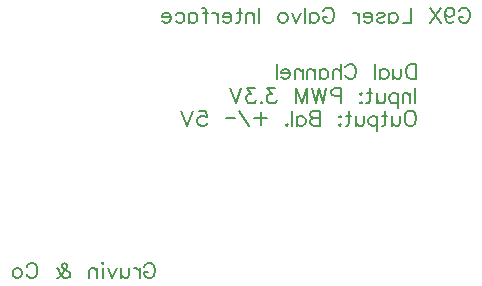
<source format=gbr>
G04 DipTrace Beta 2.3.5.2*
%INBottomSilk.gbr*%
%MOIN*%
%ADD42C,0.0077*%
%FSLAX44Y44*%
G04*
G70*
G90*
G75*
G01*
%LNBotSilk*%
%LPD*%
X19160Y13209D2*
D42*
X19183Y13256D1*
X19232Y13304D1*
X19279Y13328D1*
X19375D1*
X19423Y13304D1*
X19470Y13256D1*
X19495Y13209D1*
X19518Y13137D1*
Y13017D1*
X19495Y12946D1*
X19470Y12898D1*
X19423Y12850D1*
X19375Y12826D1*
X19279D1*
X19232Y12850D1*
X19183Y12898D1*
X19160Y12946D1*
Y13017D1*
X19279D1*
X18694Y13161D2*
X18718Y13089D1*
X18766Y13041D1*
X18838Y13017D1*
X18862D1*
X18933Y13041D1*
X18981Y13089D1*
X19005Y13161D1*
Y13184D1*
X18981Y13256D1*
X18933Y13304D1*
X18862Y13328D1*
X18838D1*
X18766Y13304D1*
X18718Y13256D1*
X18694Y13161D1*
Y13041D1*
X18718Y12921D1*
X18766Y12850D1*
X18838Y12826D1*
X18885D1*
X18957Y12850D1*
X18981Y12898D1*
X18540Y13328D2*
X18205Y12826D1*
Y13328D2*
X18540Y12826D1*
X17564Y13328D2*
Y12826D1*
X17278D1*
X16836Y13161D2*
Y12826D1*
Y13089D2*
X16884Y13137D1*
X16932Y13161D1*
X17003D1*
X17051Y13137D1*
X17099Y13089D1*
X17123Y13017D1*
Y12969D1*
X17099Y12898D1*
X17051Y12850D1*
X17003Y12826D1*
X16932D1*
X16884Y12850D1*
X16836Y12898D1*
X16419Y13089D2*
X16443Y13137D1*
X16514Y13161D1*
X16586D1*
X16658Y13137D1*
X16682Y13089D1*
X16658Y13041D1*
X16610Y13017D1*
X16491Y12993D1*
X16443Y12969D1*
X16419Y12921D1*
Y12898D1*
X16443Y12850D1*
X16514Y12826D1*
X16586D1*
X16658Y12850D1*
X16682Y12898D1*
X16264Y13017D2*
X15978D1*
Y13065D1*
X16001Y13113D1*
X16025Y13137D1*
X16073Y13161D1*
X16145D1*
X16193Y13137D1*
X16241Y13089D1*
X16264Y13017D1*
Y12969D1*
X16241Y12898D1*
X16193Y12850D1*
X16145Y12826D1*
X16073D1*
X16025Y12850D1*
X15978Y12898D1*
X15823Y13161D2*
Y12826D1*
Y13017D2*
X15799Y13089D1*
X15751Y13137D1*
X15703Y13161D1*
X15631D1*
X14632Y13209D2*
X14656Y13256D1*
X14704Y13304D1*
X14752Y13328D1*
X14847D1*
X14895Y13304D1*
X14943Y13256D1*
X14967Y13209D1*
X14991Y13137D1*
Y13017D1*
X14967Y12946D1*
X14943Y12898D1*
X14895Y12850D1*
X14847Y12826D1*
X14752D1*
X14704Y12850D1*
X14656Y12898D1*
X14632Y12946D1*
Y13017D1*
X14752D1*
X14191Y13161D2*
Y12826D1*
Y13089D2*
X14239Y13137D1*
X14287Y13161D1*
X14358D1*
X14406Y13137D1*
X14454Y13089D1*
X14478Y13017D1*
Y12969D1*
X14454Y12898D1*
X14406Y12850D1*
X14358Y12826D1*
X14287D1*
X14239Y12850D1*
X14191Y12898D1*
X14037Y13328D2*
Y12826D1*
X13882Y13161D2*
X13739Y12826D1*
X13595Y13161D1*
X13322D2*
X13369Y13137D1*
X13417Y13089D1*
X13441Y13017D1*
Y12969D1*
X13417Y12898D1*
X13369Y12850D1*
X13322Y12826D1*
X13250D1*
X13202Y12850D1*
X13154Y12898D1*
X13130Y12969D1*
Y13017D1*
X13154Y13089D1*
X13202Y13137D1*
X13250Y13161D1*
X13322D1*
X12490Y13328D2*
Y12826D1*
X12335Y13161D2*
Y12826D1*
Y13065D2*
X12263Y13137D1*
X12215Y13161D1*
X12144D1*
X12096Y13137D1*
X12072Y13065D1*
Y12826D1*
X11846Y13328D2*
Y12921D1*
X11822Y12850D1*
X11774Y12826D1*
X11726D1*
X11918Y13161D2*
X11750D1*
X11572Y13017D2*
X11285D1*
Y13065D1*
X11309Y13113D1*
X11333Y13137D1*
X11381Y13161D1*
X11453D1*
X11500Y13137D1*
X11548Y13089D1*
X11572Y13017D1*
Y12969D1*
X11548Y12898D1*
X11500Y12850D1*
X11453Y12826D1*
X11381D1*
X11333Y12850D1*
X11285Y12898D1*
X11131Y13161D2*
Y12826D1*
Y13017D2*
X11106Y13089D1*
X11059Y13137D1*
X11011Y13161D1*
X10939D1*
X10593Y13328D2*
X10641D1*
X10689Y13304D1*
X10713Y13233D1*
Y12826D1*
X10785Y13161D2*
X10617D1*
X10152D2*
Y12826D1*
Y13089D2*
X10200Y13137D1*
X10248Y13161D1*
X10319D1*
X10367Y13137D1*
X10415Y13089D1*
X10439Y13017D1*
Y12969D1*
X10415Y12898D1*
X10367Y12850D1*
X10319Y12826D1*
X10248D1*
X10200Y12850D1*
X10152Y12898D1*
X9710Y13089D2*
X9758Y13137D1*
X9807Y13161D1*
X9878D1*
X9926Y13137D1*
X9973Y13089D1*
X9998Y13017D1*
Y12969D1*
X9973Y12898D1*
X9926Y12850D1*
X9878Y12826D1*
X9807D1*
X9758Y12850D1*
X9710Y12898D1*
X9556Y13017D2*
X9269D1*
Y13065D1*
X9293Y13113D1*
X9317Y13137D1*
X9365Y13161D1*
X9437D1*
X9484Y13137D1*
X9532Y13089D1*
X9556Y13017D1*
Y12969D1*
X9532Y12898D1*
X9484Y12850D1*
X9437Y12826D1*
X9365D1*
X9317Y12850D1*
X9269Y12898D1*
X8663Y4698D2*
X8686Y4746D1*
X8735Y4794D1*
X8782Y4818D1*
X8878D1*
X8926Y4794D1*
X8973Y4746D1*
X8998Y4698D1*
X9021Y4626D1*
Y4506D1*
X8998Y4435D1*
X8973Y4387D1*
X8926Y4340D1*
X8878Y4315D1*
X8782D1*
X8735Y4340D1*
X8686Y4387D1*
X8663Y4435D1*
Y4506D1*
X8782D1*
X8508Y4650D2*
Y4315D1*
Y4506D2*
X8484Y4578D1*
X8436Y4626D1*
X8388Y4650D1*
X8316D1*
X8162D2*
Y4411D1*
X8138Y4340D1*
X8090Y4315D1*
X8018D1*
X7971Y4340D1*
X7899Y4411D1*
Y4650D2*
Y4315D1*
X7745Y4650D2*
X7601Y4315D1*
X7458Y4650D1*
X7303Y4818D2*
X7280Y4794D1*
X7255Y4818D1*
X7280Y4842D1*
X7303Y4818D1*
X7280Y4650D2*
Y4315D1*
X7101Y4650D2*
Y4315D1*
Y4555D2*
X7029Y4626D1*
X6981Y4650D1*
X6910D1*
X6862Y4626D1*
X6838Y4555D1*
Y4315D1*
X5743Y4650D2*
X5767D1*
X5791Y4626D1*
X5815Y4578D1*
X5863Y4459D1*
X5911Y4387D1*
X5958Y4339D1*
X6006Y4315D1*
X6102D1*
X6149Y4339D1*
X6174Y4363D1*
X6197Y4411D1*
Y4459D1*
X6174Y4506D1*
X6149Y4530D1*
X5982Y4626D1*
X5958Y4650D1*
X5934Y4698D1*
Y4746D1*
X5958Y4793D1*
X6006Y4817D1*
X6054Y4793D1*
X6078Y4746D1*
Y4698D1*
X6054Y4626D1*
X6006Y4555D1*
X5887Y4387D1*
X5839Y4339D1*
X5791Y4315D1*
X5743D1*
X4744Y4698D2*
X4768Y4746D1*
X4816Y4794D1*
X4863Y4818D1*
X4959D1*
X5007Y4794D1*
X5055Y4746D1*
X5079Y4698D1*
X5103Y4626D1*
Y4506D1*
X5079Y4435D1*
X5055Y4387D1*
X5007Y4340D1*
X4959Y4315D1*
X4863D1*
X4816Y4340D1*
X4768Y4387D1*
X4744Y4435D1*
X4470Y4650D2*
X4518Y4626D1*
X4566Y4578D1*
X4590Y4506D1*
Y4459D1*
X4566Y4387D1*
X4518Y4340D1*
X4470Y4315D1*
X4398D1*
X4350Y4340D1*
X4303Y4387D1*
X4278Y4459D1*
Y4506D1*
X4303Y4578D1*
X4350Y4626D1*
X4398Y4650D1*
X4470D1*
X17693Y10640D2*
Y10138D1*
X17539Y10473D2*
Y10138D1*
Y10377D2*
X17467Y10449D1*
X17419Y10473D1*
X17348D1*
X17300Y10449D1*
X17276Y10377D1*
Y10138D1*
X17122Y10473D2*
Y9971D1*
Y10401D2*
X17073Y10449D1*
X17026Y10473D1*
X16954D1*
X16906Y10449D1*
X16858Y10401D1*
X16834Y10329D1*
Y10281D1*
X16858Y10210D1*
X16906Y10162D1*
X16954Y10138D1*
X17026D1*
X17073Y10162D1*
X17122Y10210D1*
X16680Y10473D2*
Y10234D1*
X16656Y10162D1*
X16608Y10138D1*
X16536D1*
X16489Y10162D1*
X16417Y10234D1*
Y10473D2*
Y10138D1*
X16190Y10640D2*
Y10234D1*
X16167Y10162D1*
X16119Y10138D1*
X16071D1*
X16262Y10473D2*
X16095D1*
X15892D2*
X15917Y10449D1*
X15892Y10425D1*
X15869Y10449D1*
X15892Y10473D1*
Y10186D2*
X15917Y10162D1*
X15892Y10138D1*
X15869Y10162D1*
X15892Y10186D1*
X15228Y10377D2*
X15013D1*
X14941Y10401D1*
X14917Y10425D1*
X14893Y10473D1*
Y10545D1*
X14917Y10592D1*
X14941Y10617D1*
X15013Y10640D1*
X15228D1*
Y10138D1*
X14739Y10640D2*
X14619Y10138D1*
X14500Y10640D1*
X14380Y10138D1*
X14260Y10640D1*
X13723Y10138D2*
Y10640D1*
X13915Y10138D1*
X14106Y10640D1*
Y10138D1*
X13035Y10640D2*
X12772D1*
X12915Y10449D1*
X12844D1*
X12796Y10425D1*
X12772Y10401D1*
X12748Y10329D1*
Y10282D1*
X12772Y10210D1*
X12820Y10162D1*
X12892Y10138D1*
X12964D1*
X13035Y10162D1*
X13059Y10186D1*
X13083Y10234D1*
X12570Y10186D2*
X12594Y10162D1*
X12570Y10138D1*
X12546Y10162D1*
X12570Y10186D1*
X12343Y10640D2*
X12081D1*
X12224Y10449D1*
X12152D1*
X12104Y10425D1*
X12081Y10401D1*
X12056Y10329D1*
Y10282D1*
X12081Y10210D1*
X12128Y10162D1*
X12200Y10138D1*
X12272D1*
X12343Y10162D1*
X12367Y10186D1*
X12391Y10234D1*
X11902Y10640D2*
X11711Y10138D1*
X11519Y10640D1*
X17580Y9890D2*
X17628Y9867D1*
X17676Y9818D1*
X17700Y9771D1*
X17724Y9699D1*
Y9579D1*
X17700Y9508D1*
X17676Y9460D1*
X17628Y9412D1*
X17580Y9388D1*
X17484D1*
X17437Y9412D1*
X17389Y9460D1*
X17365Y9508D1*
X17341Y9579D1*
Y9699D1*
X17365Y9771D1*
X17389Y9818D1*
X17437Y9867D1*
X17484Y9890D1*
X17580D1*
X17187Y9723D2*
Y9484D1*
X17163Y9412D1*
X17115Y9388D1*
X17043D1*
X16996Y9412D1*
X16924Y9484D1*
Y9723D2*
Y9388D1*
X16698Y9890D2*
Y9484D1*
X16674Y9412D1*
X16626Y9388D1*
X16578D1*
X16769Y9723D2*
X16602D1*
X16424D2*
Y9220D1*
Y9651D2*
X16376Y9699D1*
X16328Y9723D1*
X16256D1*
X16208Y9699D1*
X16161Y9651D1*
X16136Y9579D1*
Y9531D1*
X16161Y9460D1*
X16208Y9412D1*
X16256Y9388D1*
X16328D1*
X16376Y9412D1*
X16424Y9460D1*
X15982Y9723D2*
Y9484D1*
X15958Y9412D1*
X15910Y9388D1*
X15838D1*
X15791Y9412D1*
X15719Y9484D1*
Y9723D2*
Y9388D1*
X15493Y9890D2*
Y9484D1*
X15469Y9412D1*
X15421Y9388D1*
X15373D1*
X15565Y9723D2*
X15397D1*
X15195D2*
X15219Y9699D1*
X15195Y9675D1*
X15171Y9699D1*
X15195Y9723D1*
Y9436D2*
X15219Y9412D1*
X15195Y9388D1*
X15171Y9412D1*
X15195Y9436D1*
X14530Y9890D2*
Y9388D1*
X14315D1*
X14243Y9412D1*
X14219Y9436D1*
X14195Y9484D1*
Y9555D1*
X14219Y9603D1*
X14243Y9627D1*
X14315Y9651D1*
X14243Y9675D1*
X14219Y9699D1*
X14195Y9747D1*
Y9795D1*
X14219Y9842D1*
X14243Y9867D1*
X14315Y9890D1*
X14530D1*
Y9651D2*
X14315D1*
X13754Y9723D2*
Y9388D1*
Y9651D2*
X13802Y9699D1*
X13850Y9723D1*
X13921D1*
X13969Y9699D1*
X14017Y9651D1*
X14041Y9579D1*
Y9532D1*
X14017Y9460D1*
X13969Y9412D1*
X13921Y9388D1*
X13850D1*
X13802Y9412D1*
X13754Y9460D1*
X13600Y9890D2*
Y9388D1*
X13422Y9436D2*
X13445Y9412D1*
X13422Y9388D1*
X13397Y9412D1*
X13422Y9436D1*
X12542Y9854D2*
Y9424D1*
X12757Y9639D2*
X12326D1*
X12172Y9388D2*
X11837Y9890D1*
X11683Y9639D2*
X11406D1*
X10479Y9890D2*
X10718D1*
X10742Y9675D1*
X10718Y9699D1*
X10646Y9723D1*
X10575D1*
X10503Y9699D1*
X10455Y9651D1*
X10431Y9579D1*
Y9532D1*
X10455Y9460D1*
X10503Y9412D1*
X10575Y9388D1*
X10646D1*
X10718Y9412D1*
X10742Y9436D1*
X10766Y9484D1*
X10277Y9890D2*
X10085Y9388D1*
X9894Y9890D1*
X17718Y11453D2*
Y10951D1*
X17551D1*
X17479Y10975D1*
X17431Y11022D1*
X17407Y11071D1*
X17384Y11142D1*
Y11262D1*
X17407Y11334D1*
X17431Y11381D1*
X17479Y11429D1*
X17551Y11453D1*
X17718D1*
X17229Y11286D2*
Y11046D1*
X17205Y10975D1*
X17157Y10951D1*
X17085D1*
X17038Y10975D1*
X16966Y11046D1*
Y11286D2*
Y10951D1*
X16525Y11286D2*
Y10951D1*
Y11214D2*
X16572Y11262D1*
X16620Y11286D1*
X16692D1*
X16740Y11262D1*
X16787Y11214D1*
X16812Y11142D1*
Y11094D1*
X16787Y11022D1*
X16740Y10975D1*
X16692Y10951D1*
X16620D1*
X16572Y10975D1*
X16525Y11022D1*
X16370Y11453D2*
Y10951D1*
X15371Y11334D2*
X15395Y11381D1*
X15443Y11429D1*
X15491Y11453D1*
X15586D1*
X15634Y11429D1*
X15682Y11381D1*
X15706Y11334D1*
X15730Y11262D1*
Y11142D1*
X15706Y11071D1*
X15682Y11022D1*
X15634Y10975D1*
X15586Y10951D1*
X15491D1*
X15443Y10975D1*
X15395Y11022D1*
X15371Y11071D1*
X15217Y11453D2*
Y10951D1*
Y11190D2*
X15145Y11262D1*
X15097Y11286D1*
X15025D1*
X14978Y11262D1*
X14954Y11190D1*
Y10951D1*
X14513Y11286D2*
Y10951D1*
Y11214D2*
X14560Y11262D1*
X14608Y11286D1*
X14679D1*
X14728Y11262D1*
X14775Y11214D1*
X14799Y11142D1*
Y11094D1*
X14775Y11022D1*
X14728Y10975D1*
X14679Y10951D1*
X14608D1*
X14560Y10975D1*
X14513Y11022D1*
X14358Y11286D2*
Y10951D1*
Y11190D2*
X14286Y11262D1*
X14238Y11286D1*
X14167D1*
X14119Y11262D1*
X14095Y11190D1*
Y10951D1*
X13941Y11286D2*
Y10951D1*
Y11190D2*
X13869Y11262D1*
X13821Y11286D1*
X13749D1*
X13701Y11262D1*
X13678Y11190D1*
Y10951D1*
X13523Y11142D2*
X13236D1*
Y11190D1*
X13260Y11238D1*
X13284Y11262D1*
X13332Y11286D1*
X13404D1*
X13451Y11262D1*
X13499Y11214D1*
X13523Y11142D1*
Y11094D1*
X13499Y11022D1*
X13451Y10975D1*
X13404Y10951D1*
X13332D1*
X13284Y10975D1*
X13236Y11022D1*
X13082Y11453D2*
Y10951D1*
M02*

</source>
